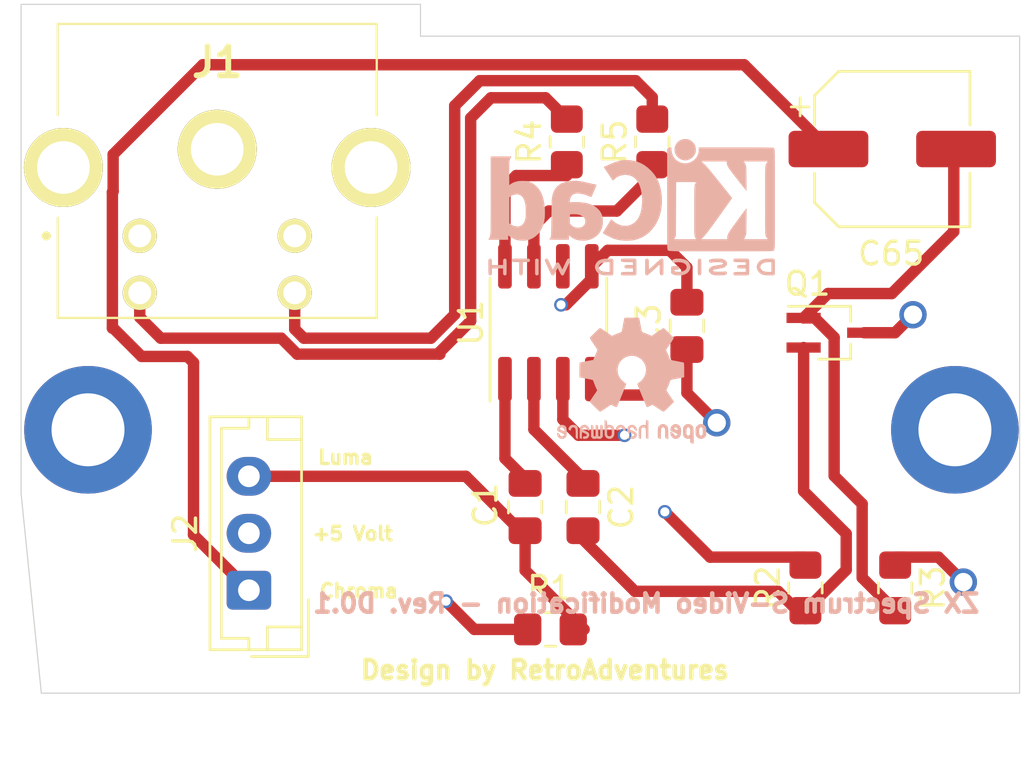
<source format=kicad_pcb>
(kicad_pcb (version 20211014) (generator pcbnew)
  (layers (0 "F.Cu" signal) (1 "In1.Cu" power) (2 "In2.Cu" power) (31 "B.Cu" signal) (34 "B.Paste" user) (35 "F.Paste" user) (36 "B.SilkS" user "B.Silkscreen") (37 "F.SilkS" user "F.Silkscreen") (38 "B.Mask" user) (39 "F.Mask" user) (44 "Edge.Cuts" user))
  (net 0 "")
  (net 1 "GND")
  (net 2 "Net-(C1-Pad2)")
  (net 3 "Net-(C1-Pad1)")
  (net 4 "Net-(C2-Pad1)")
  (net 5 "Net-(C2-Pad2)")
  (net 6 "Net-(C65-Pad1)")
  (net 7 "Net-(J1-Pad3)")
  (net 8 "Net-(J1-Pad4)")
  (net 9 "+5V")
  (net 10 "Net-(R5-Pad1)")
  (net 11 "Net-(C65-Pad2)")
  (net 12 "Net-(R4-Pad1)")
  (footprint "Mounting_Holes:MountingHole_3.2mm_M3_DIN965_Pad" (layer "F.Cu") (at 176.7 101.854)
    (fp_text reference "Right MountHole" hide)
    (fp_text value "MountingHole_3.2mm_M3_DIN965_Pad" hide)
    (pad "1" thru_hole circle locked (at 0.039 0.635) (size 5.6 5.6) (drill 3.2) (layers *.Cu *.Mask) (net 1 "GND"))
  )
  (footprint "Mounting_Holes:MountingHole_3.2mm_M3_DIN965_Pad" (layer "F.Cu") (at 138.7 102.362)
    (fp_text reference "Left MountHole" hide)
    (fp_text value "MountingHole_3.2mm_M3_DIN965_Pad" hide)
    (pad "1" thru_hole circle locked (at 0 0.127) (size 5.6 5.6) (drill 3.2) (layers *.Cu *.Mask) (net 1 "GND"))
  )
  (footprint "Capacitor_SMD:C_0805_2012Metric_Pad1.18x1.45mm_HandSolder" (layer "F.Cu") (at 164.98 97.93 90)
    (fp_text reference "C3" (at 0 -1.68 90) (layer "F.SilkS"))
    (fp_text value "0.1uF")
    (pad "1" smd roundrect (at -1.0375 0 90) (size 1.175 1.45) (layers "F.Cu" "F.Paste" "F.Mask") (roundrect_rratio 0.2127659574) (net 9 "+5V"))
    (pad "2" smd roundrect (at 1.0375 0 90) (size 1.175 1.45) (layers "F.Cu" "F.Paste" "F.Mask") (roundrect_rratio 0.2127659574) (net 1 "GND"))
  )
  (footprint "Capacitor_SMD:CP_Elec_6.3x5.3" (layer "F.Cu") (at 173.99 90.17)
    (fp_text reference "C65" (at -0.05 4.59) (layer "F.SilkS"))
    (fp_text value "22uF")
    (pad "1" smd roundrect (at -2.8 0) (size 3.5 1.6) (layers "F.Cu" "F.Paste" "F.Mask") (roundrect_rratio 0.15625) (net 6 "Net-(C65-Pad1)"))
    (pad "2" smd roundrect (at 2.8 0) (size 3.5 1.6) (layers "F.Cu" "F.Paste" "F.Mask") (roundrect_rratio 0.15625) (net 11 "Net-(C65-Pad2)"))
  )
  (footprint "MD-40SMK:MD40SMK" (layer "F.Cu") (at 140.97 93.98)
    (fp_text reference "J1" (at 3.4 -7.62) (layer "F.SilkS") (effects (font (size 1.27 1.27) (thickness 0.254))))
    (fp_text value "Mini-DIN-4" hide)
    (pad "1" thru_hole circle locked (at 0 0 90) (size 1.5 1.5) (drill 1) (layers *.Cu *.Mask "F.SilkS") (net 1 "GND"))
    (pad "2" thru_hole circle locked (at 6.8 0 90) (size 1.5 1.5) (drill 1) (layers *.Cu *.Mask "F.SilkS") (net 1 "GND"))
    (pad "3" thru_hole circle locked (at 0 2.5 90) (size 1.5 1.5) (drill 1) (layers *.Cu *.Mask "F.SilkS") (net 7 "Net-(J1-Pad3)"))
    (pad "4" thru_hole circle locked (at 6.8 2.5 90) (size 1.5 1.5) (drill 1) (layers *.Cu *.Mask "F.SilkS") (net 8 "Net-(J1-Pad4)"))
    (pad "MH1" thru_hole circle locked (at -3.35 -3 90) (size 3.465 3.465) (drill 2.31) (layers *.Cu *.Mask "F.SilkS"))
    (pad "MH2" thru_hole circle locked (at 3.4 -3.8 90) (size 3.465 3.465) (drill 2.31) (layers *.Cu *.Mask "F.SilkS"))
    (pad "MH3" thru_hole circle locked (at 10.15 -3 90) (size 3.465 3.465) (drill 2.31) (layers *.Cu *.Mask "F.SilkS"))
  )
  (footprint "Resistor_SMD:R_0805_2012Metric_Pad1.20x1.40mm_HandSolder" (layer "F.Cu") (at 170.18 109.427 90)
    (fp_text reference "R2" (at 0 -1.65 90) (layer "F.SilkS"))
    (fp_text value "390R")
    (pad "1" smd roundrect (at -1 0 90) (size 1.2 1.4) (layers "F.Cu" "F.Paste" "F.Mask") (roundrect_rratio 0.2083333333) (net 5 "Net-(C2-Pad2)"))
    (pad "2" smd roundrect (at 1 0 90) (size 1.2 1.4) (layers "F.Cu" "F.Paste" "F.Mask") (roundrect_rratio 0.2083333333) (net 1 "GND"))
  )
  (footprint "Resistor_SMD:R_0805_2012Metric_Pad1.20x1.40mm_HandSolder" (layer "F.Cu") (at 159.71 89.857 90)
    (fp_text reference "R4" (at 0 -1.65 90) (layer "F.SilkS"))
    (fp_text value "75R")
    (pad "1" smd roundrect (at -1 0 90) (size 1.2 1.4) (layers "F.Cu" "F.Paste" "F.Mask") (roundrect_rratio 0.2083333333) (net 12 "Net-(R4-Pad1)"))
    (pad "2" smd roundrect (at 1 0 90) (size 1.2 1.4) (layers "F.Cu" "F.Paste" "F.Mask") (roundrect_rratio 0.2083333333) (net 7 "Net-(J1-Pad3)"))
  )
  (footprint "Resistor_SMD:R_0805_2012Metric_Pad1.20x1.40mm_HandSolder" (layer "F.Cu") (at 163.459 89.857 90)
    (fp_text reference "R5" (at 0 -1.65 90) (layer "F.SilkS"))
    (fp_text value "75R")
    (pad "1" smd roundrect (at -1 0 90) (size 1.2 1.4) (layers "F.Cu" "F.Paste" "F.Mask") (roundrect_rratio 0.2083333333) (net 10 "Net-(R5-Pad1)"))
    (pad "2" smd roundrect (at 1 0 90) (size 1.2 1.4) (layers "F.Cu" "F.Paste" "F.Mask") (roundrect_rratio 0.2083333333) (net 8 "Net-(J1-Pad4)"))
  )
  (footprint "Package_SO:SOIC-8_3.9x4.9mm_P1.27mm" (layer "F.Cu") (at 158.9 97.79 90)
    (fp_text reference "U1" (at 0 -3.4 90) (layer "F.SilkS"))
    (fp_text value "THS7314D")
    (pad "1" smd roundrect (at -2.475 -1.905 90) (size 1.95 0.6) (layers "F.Cu" "F.Paste" "F.Mask") (net 3 "Net-(C1-Pad1)"))
    (pad "2" smd roundrect (at -2.475 -0.635 90) (size 1.95 0.6) (layers "F.Cu" "F.Paste" "F.Mask") (net 4 "Net-(C2-Pad1)"))
    (pad "3" smd roundrect (at -2.475 0.635 90) (size 1.95 0.6) (layers "F.Cu" "F.Paste" "F.Mask") (net 1 "GND"))
    (pad "4" smd roundrect (at -2.475 1.905 90) (size 1.95 0.6) (layers "F.Cu" "F.Paste" "F.Mask") (net 9 "+5V"))
    (pad "5" smd roundrect (at 2.475 1.905 90) (size 1.95 0.6) (layers "F.Cu" "F.Paste" "F.Mask") (net 1 "GND"))
    (pad "6" smd roundrect (at 2.475 0.635 90) (size 1.95 0.6) (layers "F.Cu" "F.Paste" "F.Mask"))
    (pad "7" smd roundrect (at 2.475 -0.635 90) (size 1.95 0.6) (layers "F.Cu" "F.Paste" "F.Mask") (net 10 "Net-(R5-Pad1)"))
    (pad "8" smd roundrect (at 2.475 -1.905 90) (size 1.95 0.6) (layers "F.Cu" "F.Paste" "F.Mask") (net 12 "Net-(R4-Pad1)"))
  )
  (footprint "Capacitor_SMD:C_0805_2012Metric_Pad1.18x1.45mm_HandSolder" (layer "F.Cu") (at 157.88 105.88 -90)
    (fp_text reference "C1" (at -0.09 1.74 -90) (layer "F.SilkS"))
    (fp_text value "0.1uF")
    (pad "1" smd roundrect (at -1.0375 0 270) (size 1.175 1.45) (layers "F.Cu" "F.Paste" "F.Mask") (roundrect_rratio 0.2127659574) (net 3 "Net-(C1-Pad1)"))
    (pad "2" smd roundrect (at 1.0375 0 270) (size 1.175 1.45) (layers "F.Cu" "F.Paste" "F.Mask") (roundrect_rratio 0.2127659574) (net 2 "Net-(C1-Pad2)"))
  )
  (footprint "Capacitor_SMD:C_0805_2012Metric_Pad1.18x1.45mm_HandSolder" (layer "F.Cu") (at 160.42 105.88 -90)
    (fp_text reference "C2" (at 0 -1.68 -90) (layer "F.SilkS"))
    (fp_text value "0.1uF")
    (pad "1" smd roundrect (at -1.0375 0 270) (size 1.175 1.45) (layers "F.Cu" "F.Paste" "F.Mask") (roundrect_rratio 0.2127659574) (net 4 "Net-(C2-Pad1)"))
    (pad "2" smd roundrect (at 1.0375 0 270) (size 1.175 1.45) (layers "F.Cu" "F.Paste" "F.Mask") (roundrect_rratio 0.2127659574) (net 5 "Net-(C2-Pad2)"))
  )
  (footprint "Resistor_SMD:R_0805_2012Metric_Pad1.20x1.40mm_HandSolder" (layer "F.Cu") (at 158.993 111.248 180)
    (fp_text reference "R1" (at 0.043 1.818 180) (layer "F.SilkS"))
    (fp_text value "1K")
    (pad "1" smd roundrect (at -1 0 180) (size 1.2 1.4) (layers "F.Cu" "F.Paste" "F.Mask") (roundrect_rratio 0.2083333333) (net 2 "Net-(C1-Pad2)"))
    (pad "2" smd roundrect (at 1 0 180) (size 1.2 1.4) (layers "F.Cu" "F.Paste" "F.Mask") (roundrect_rratio 0.2083333333) (net 1 "GND"))
  )
  (footprint "Package_TO_SOT_SMD:SOT-323_SC-70_Handsoldering" (layer "F.Cu") (at 171.43 98.23)
    (fp_text reference "Q1" (at -1.16 -2.15) (layer "F.SilkS"))
    (fp_text value "BC847")
    (pad "1" smd rect (at -1.33 -0.65 270) (size 0.45 1.5) (layers "F.Cu" "F.Paste" "F.Mask") (net 11 "Net-(C65-Pad2)"))
    (pad "2" smd rect (at -1.33 0.65 270) (size 0.45 1.5) (layers "F.Cu" "F.Paste" "F.Mask") (net 5 "Net-(C2-Pad2)"))
    (pad "3" smd rect (at 1.33 0 270) (size 0.45 1.5) (layers "F.Cu" "F.Paste" "F.Mask") (net 9 "+5V"))
  )
  (footprint "Resistor_SMD:R_0805_2012Metric_Pad1.20x1.40mm_HandSolder" (layer "F.Cu") (at 174.117 109.427 -90)
    (fp_text reference "R3" (at 0 -1.65 -90) (layer "F.SilkS"))
    (fp_text value "2K2")
    (pad "1" smd roundrect (at -1 0 270) (size 1.2 1.4) (layers "F.Cu" "F.Paste" "F.Mask") (roundrect_rratio 0.2083333333) (net 9 "+5V"))
    (pad "2" smd roundrect (at 1 0 270) (size 1.2 1.4) (layers "F.Cu" "F.Paste" "F.Mask") (roundrect_rratio 0.2083333333) (net 11 "Net-(C65-Pad2)"))
  )
  (footprint "Connector_JST:JST_EH_B3B-EH-A_1x03_P2.50mm_Vertical" (layer "F.Cu") (at 145.76 109.53 90)
    (fp_text reference "J2" (at 2.5 -2.8 90) (layer "F.SilkS"))
    (fp_text value "Conn_01x03")
    (pad "1" thru_hole roundrect (at 0 0 90) (size 1.7 1.95) (drill 0.95) (layers *.Cu *.Mask) (roundrect_rratio 0.1470588235) (net 6 "Net-(C65-Pad1)"))
    (pad "2" thru_hole oval (at 2.5 0 90) (size 1.7 1.95) (drill 0.95) (layers *.Cu *.Mask) (net 9 "+5V"))
    (pad "3" thru_hole oval (at 5 0 90) (size 1.7 1.95) (drill 0.95) (layers *.Cu *.Mask) (net 2 "Net-(C1-Pad2)"))
  )
  (footprint "Symbols:OSHW-Logo2_7.3x6mm_SilkScreen" (layer "B.Cu") (at 162.56 100.33 180)
    (fp_text reference "Open Hardware Logo" hide)
    (fp_text value "OSHW-Logo2_7.3x6mm_SilkScreen" hide)
  )
  (footprint "Symbols:KiCad-Logo2_6mm_SilkScreen" (layer "B.Cu") (at 162.56 92.71 180)
    (fp_text reference "KiCad Logo" hide)
    (fp_text value "KiCad-Logo2_6mm_SilkScreen" hide)
  )
  (gr_line (start 135.763 105.283) (end 136.652 114.046) (layer "Edge.Cuts") (width 0.05))
  (gr_line (start 179.578 85.217) (end 179.578 114.046) (layer "Edge.Cuts") (width 0.05))
  (gr_line (start 135.763 83.82) (end 135.763 105.283) (layer "Edge.Cuts") (width 0.05))
  (gr_line (start 179.578 85.217) (end 153.289 85.217) (layer "Edge.Cuts") (width 0.05))
  (gr_line (start 153.289 83.82) (end 135.763 83.82) (layer "Edge.Cuts") (width 0.05))
  (gr_line (start 179.578 114.046) (end 136.652 114.046) (layer "Edge.Cuts") (width 0.05))
  (gr_line (start 153.289 85.217) (end 153.289 83.82) (layer "Edge.Cuts") (width 0.05))
  (gr_text "ZX Spectrum S-Video Modification - Rev. D0.1" (at 163.195 110.109) (layer "B.SilkS") (effects (font (size 0.8 0.8) (thickness 0.2)) (justify mirror)))
  (gr_text "Luma" (at 150 103.7) (layer "F.SilkS") (effects (font (size 0.6 0.6))))
  (gr_text "Chroma" (at 150.58 109.56) (layer "F.SilkS") (effects (font (size 0.6 0.6))))
  (gr_text "+5 Volt" (at 150.31 107.05) (layer "F.SilkS") (effects (font (size 0.6 0.6))))
  (gr_text "Design by RetroAdventures" (at 158.75 113.03) (layer "F.SilkS") (effects (font (size 0.8 0.8) (thickness 0.2))))
  (segment (start 164.225 94.615) (end 161.505 94.615) (width 0.5) (layer "F.Cu") (net 1))
  (segment (start 159.535 100.965) (end 159.535 102.0365) (width 0.5) (layer "F.Cu") (net 1))
  (segment (start 164.98 95.37) (end 164.225 94.615) (width 0.5) (layer "F.Cu") (net 1))
  (segment (start 165.997 108.077) (end 164.01 106.09) (width 0.5) (layer "F.Cu") (net 1))
  (segment (start 165.997 108.077) (end 170.18 108.077) (width 0.5) (layer "F.Cu") (net 1))
  (segment (start 159.455 97.005) (end 159.668528 97.005) (width 0.5) (layer "F.Cu") (net 1))
  (segment (start 160.2285 102.73) (end 162.24 102.73) (width 0.5) (layer "F.Cu") (net 1))
  (segment (start 155.648 111.248) (end 154.41 110.01) (width 0.5) (layer "F.Cu") (net 1))
  (segment (start 157.643 111.248) (end 155.648 111.248) (width 0.5) (layer "F.Cu") (net 1))
  (segment (start 159.535 102.0365) (end 160.2285 102.73) (width 0.5) (layer "F.Cu") (net 1))
  (segment (start 160.805 94.615) (end 160.805 95.655) (width 0.5) (layer "F.Cu") (net 1))
  (segment (start 161.505 94.615) (end 160.805 95.315) (width 0.5) (layer "F.Cu") (net 1))
  (segment (start 160.805 95.868528) (end 160.805 95.315) (width 0.5) (layer "F.Cu") (net 1))
  (segment (start 164.98 95.37) (end 164.98 96.8925) (width 0.5) (layer "F.Cu") (net 1))
  (segment (start 159.668528 97.005) (end 160.805 95.868528) (width 0.5) (layer "F.Cu") (net 1))
  (segment (start 160.805 94.615) (end 160.805 94.980502) (width 0.5) (layer "F.Cu") (net 1))
  (via (at 162.24 102.73) (size 0.6) (drill 0.4) (layers "F.Cu" "B.Cu") (net 1))
  (via (at 159.455 97.005) (size 0.6) (drill 0.4) (layers "F.Cu" "B.Cu") (net 1))
  (via (at 154.41 110.01) (size 0.6) (drill 0.4) (layers "F.Cu" "B.Cu") (net 1))
  (via (at 164.01 106.09) (size 0.6) (drill 0.4) (layers "F.Cu" "B.Cu") (net 1))
  (segment (start 157.88 108.658) (end 160.47 111.248) (width 0.5) (layer "F.Cu") (net 2))
  (segment (start 155.28 104.53) (end 157.88 107.13) (width 0.5) (layer "F.Cu") (net 2))
  (segment (start 157.88 107.13) (end 157.88 108.658) (width 0.5) (layer "F.Cu") (net 2))
  (segment (start 145.76 104.53) (end 155.28 104.53) (width 0.5) (layer "F.Cu") (net 2))
  (segment (start 156.995 103.745) (end 157.88 104.63) (width 0.5) (layer "F.Cu") (net 3))
  (segment (start 156.995 100.965) (end 156.995 103.745) (width 0.5) (layer "F.Cu") (net 3))
  (segment (start 158.265 100.965) (end 158.265 102.475) (width 0.5) (layer "F.Cu") (net 4))
  (segment (start 158.265 102.475) (end 160.42 104.63) (width 0.5) (layer "F.Cu") (net 4))
  (segment (start 160.42 107.13) (end 160.42 107.3) (width 0.5) (layer "F.Cu") (net 5))
  (segment (start 171.97 108.637) (end 170.18 110.427) (width 0.5) (layer "F.Cu") (net 5))
  (segment (start 162.696999 109.576999) (end 168.979999 109.576999) (width 0.5) (layer "F.Cu") (net 5))
  (segment (start 170.1 98.88) (end 170.1 105.18) (width 0.5) (layer "F.Cu") (net 5))
  (segment (start 170.18 110.777) (end 168.979999 109.576999) (width 0.5) (layer "F.Cu") (net 5))
  (segment (start 170.1 105.18) (end 171.97 107.05) (width 0.5) (layer "F.Cu") (net 5))
  (segment (start 160.42 107.3) (end 162.696999 109.576999) (width 0.5) (layer "F.Cu") (net 5))
  (segment (start 171.97 107.05) (end 171.97 108.637) (width 0.5) (layer "F.Cu") (net 5))
  (segment (start 143.74 86.47) (end 167.49 86.47) (width 0.5) (layer "F.Cu") (net 6))
  (segment (start 139.769999 98.029999) (end 139.809999 98.029999) (width 0.5) (layer "F.Cu") (net 6))
  (segment (start 139.802501 92.027601) (end 139.769999 92.060103) (width 0.5) (layer "F.Cu") (net 6))
  (segment (start 143.33 107.1) (end 145.76 109.53) (width 0.5) (layer "F.Cu") (net 6))
  (segment (start 143.06 99.27) (end 143.33 99.54) (width 0.5) (layer "F.Cu") (net 6))
  (segment (start 139.802501 90.407499) (end 143.74 86.47) (width 0.5) (layer "F.Cu") (net 6))
  (segment (start 139.769999 92.060103) (end 139.769999 98.029999) (width 0.5) (layer "F.Cu") (net 6))
  (segment (start 141.05 99.27) (end 143.06 99.27) (width 0.5) (layer "F.Cu") (net 6))
  (segment (start 167.49 86.47) (end 171.19 90.17) (width 0.5) (layer "F.Cu") (net 6))
  (segment (start 139.802501 90.407499) (end 139.802501 92.027601) (width 0.5) (layer "F.Cu") (net 6))
  (segment (start 143.33 99.54) (end 143.33 107.1) (width 0.5) (layer "F.Cu") (net 6))
  (segment (start 139.809999 98.029999) (end 141.05 99.27) (width 0.5) (layer "F.Cu") (net 6))
  (segment (start 147.88005 99.17) (end 154.14 99.17) (width 0.5) (layer "F.Cu") (net 7))
  (segment (start 154.14 99.06995) (end 155.49 97.719949) (width 0.5) (layer "F.Cu") (net 7))
  (segment (start 147.18005 98.47) (end 147.88005 99.17) (width 0.5) (layer "F.Cu") (net 7))
  (segment (start 154.14 99.17) (end 154.14 99.06995) (width 0.5) (layer "F.Cu") (net 7))
  (segment (start 140.97 96.48) (end 140.97 97.55) (width 0.5) (layer "F.Cu") (net 7))
  (segment (start 155.49 88.81) (end 156.38 87.92) (width 0.5) (layer "F.Cu") (net 7))
  (segment (start 140.97 97.55) (end 141.89 98.47) (width 0.5) (layer "F.Cu") (net 7))
  (segment (start 141.89 98.47) (end 147.18005 98.47) (width 0.5) (layer "F.Cu") (net 7))
  (segment (start 156.38 87.92) (end 158.773 87.92) (width 0.5) (layer "F.Cu") (net 7))
  (segment (start 158.773 87.92) (end 159.71 88.857) (width 0.5) (layer "F.Cu") (net 7))
  (segment (start 155.49 97.719949) (end 155.49 88.81) (width 0.5) (layer "F.Cu") (net 7))
  (segment (start 148.17 98.47) (end 153.75 98.47) (width 0.5) (layer "F.Cu") (net 8))
  (segment (start 154.79 97.43) (end 154.79 88.27) (width 0.5) (layer "F.Cu") (net 8))
  (segment (start 162.73 87.17) (end 163.459 87.899) (width 0.5) (layer "F.Cu") (net 8))
  (segment (start 154.79 88.27) (end 155.89 87.17) (width 0.5) (layer "F.Cu") (net 8))
  (segment (start 155.89 87.17) (end 162.73 87.17) (width 0.5) (layer "F.Cu") (net 8))
  (segment (start 163.459 87.899) (end 163.459 88.857) (width 0.5) (layer "F.Cu") (net 8))
  (segment (start 153.75 98.47) (end 154.79 97.43) (width 0.5) (layer "F.Cu") (net 8))
  (segment (start 147.77 96.48) (end 147.77 98.07) (width 0.5) (layer "F.Cu") (net 8))
  (segment (start 147.77 98.07) (end 148.17 98.47) (width 0.5) (layer "F.Cu") (net 8))
  (segment (start 163.195 100.965) (end 164.98 99.18) (width 0.5) (layer "F.Cu") (net 9))
  (segment (start 174.117 108.077) (end 176.017 108.077) (width 0.5) (layer "F.Cu") (net 9))
  (segment (start 164.98 100.87) (end 166.29 102.18) (width 0.5) (layer "F.Cu") (net 9))
  (segment (start 176.017 108.077) (end 177.11 109.17) (width 0.5) (layer "F.Cu") (net 9))
  (segment (start 164.98 98.9675) (end 164.98 100.87) (width 0.5) (layer "F.Cu") (net 9))
  (segment (start 172.76 98.23) (end 174.11 98.23) (width 0.5) (layer "F.Cu") (net 9))
  (segment (start 160.805 100.965) (end 163.195 100.965) (width 0.5) (layer "F.Cu") (net 9))
  (segment (start 164.98 99.18) (end 164.98 98.9675) (width 0.5) (layer "F.Cu") (net 9))
  (segment (start 174.11 98.23) (end 174.9 97.44) (width 0.5) (layer "F.Cu") (net 9))
  (via (at 174.9 97.44) (size 1.2) (drill 0.8) (layers "F.Cu" "B.Cu") (net 9))
  (via (at 166.29 102.18) (size 1.2) (drill 0.8) (layers "F.Cu" "B.Cu") (net 9))
  (via (at 177.11 109.17) (size 1.2) (drill 0.8) (layers "F.Cu" "B.Cu") (net 9))
  (segment (start 163.459 91.334) (end 161.903 92.89) (width 0.5) (layer "F.Cu") (net 10))
  (segment (start 161.903 92.89) (end 158.9185 92.89) (width 0.5) (layer "F.Cu") (net 10))
  (segment (start 158.265 93.5435) (end 158.265 95.315) (width 0.5) (layer "F.Cu") (net 10))
  (segment (start 158.9185 92.89) (end 158.265 93.5435) (width 0.5) (layer "F.Cu") (net 10))
  (segment (start 171.44 104.51) (end 171.44 98.434998) (width 0.5) (layer "F.Cu") (net 11))
  (segment (start 171.44 98.434998) (end 170.585002 97.58) (width 0.5) (layer "F.Cu") (net 11))
  (segment (start 171.17 96.51) (end 170.1 97.58) (width 0.5) (layer "F.Cu") (net 11))
  (segment (start 176.69 90.17) (end 176.69 93.79) (width 0.5) (layer "F.Cu") (net 11))
  (segment (start 176.69 93.79) (end 173.97 96.51) (width 0.5) (layer "F.Cu") (net 11))
  (segment (start 170.585002 97.58) (end 170.1 97.58) (width 0.5) (layer "F.Cu") (net 11))
  (segment (start 171.44 104.51) (end 172.67 105.74) (width 0.5) (layer "F.Cu") (net 11))
  (segment (start 172.67 105.74) (end 172.67 108.98) (width 0.5) (layer "F.Cu") (net 11))
  (segment (start 173.97 96.51) (end 171.17 96.51) (width 0.5) (layer "F.Cu") (net 11))
  (segment (start 172.67 108.98) (end 174.117 110.427) (width 0.5) (layer "F.Cu") (net 11))
  (segment (start 156.995 91.825) (end 156.995 95.315) (width 0.5) (layer "F.Cu") (net 12))
  (segment (start 159.71 91.334) (end 157.486 91.334) (width 0.5) (layer "F.Cu") (net 12))
  (segment (start 157.486 91.334) (end 156.995 91.825) (width 0.5) (layer "F.Cu") (net 12))
)
</source>
